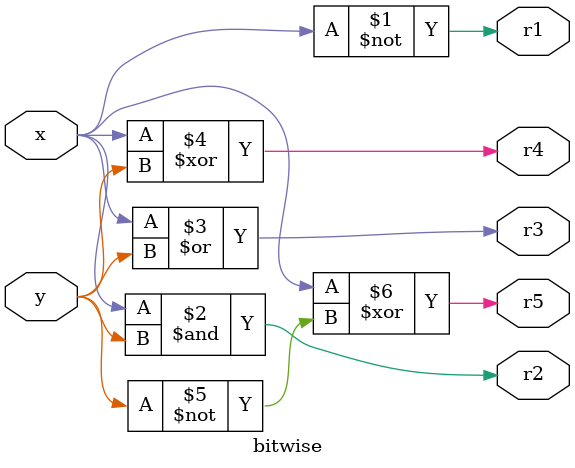
<source format=v>
/*4. Implement the following bitwise operations in a module and display the result:
• ~x, x & y, x | y, x ^ y, x ^~ y*/
module bitwise(x,y,r1,r2,r3,r4,r5);
input x;
input y;
output r1;
output r2;
output r3;
output r4;
output r5;
assign r1 = ~(x);
assign r2 = x & y;
assign r3 = x | y;
assign r4 = x ^ y;
assign r5 = (x ^ (~y));
endmodule

</source>
